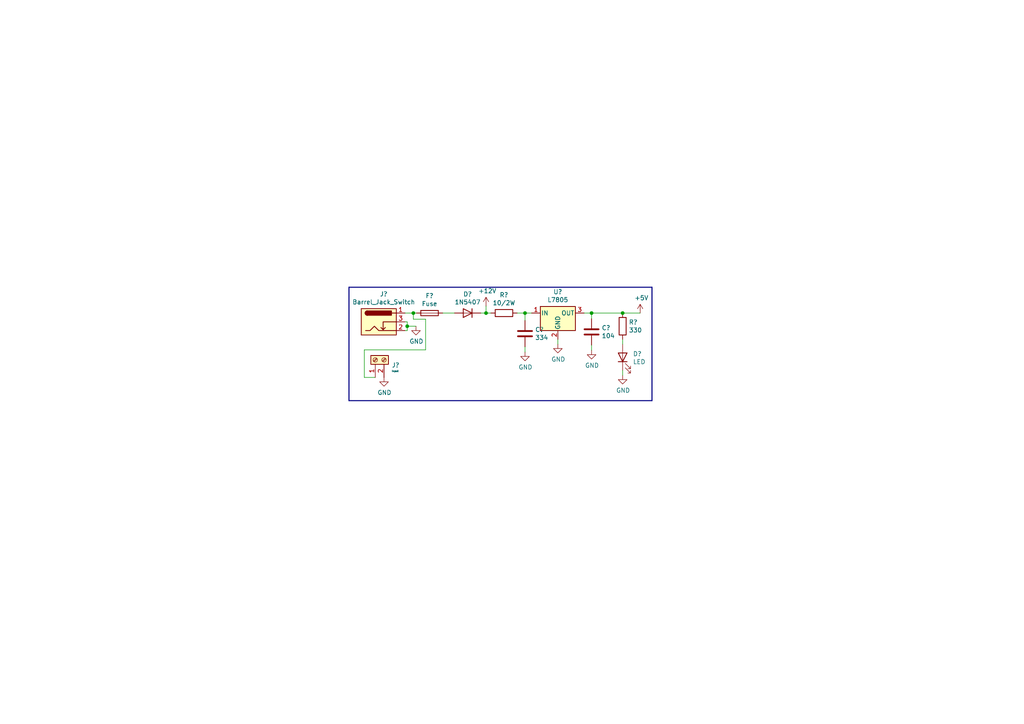
<source format=kicad_sch>
(kicad_sch (version 20211123) (generator eeschema)
  (paper "A4")
  (lib_symbols
    (symbol "Connector:Barrel_Jack_Switch" (pin_names hide)
      (property "Reference" "J" (at 0 5.334 0))
      (property "Value" "Barrel_Jack_Switch" (at 0 -5.08 0))
      (symbol "Barrel_Jack_Switch_0_1"
        (rectangle (start -5.08 3.81) (end 5.08 -3.81) (stroke (width 0.254)) (fill (type background)))
        (arc (start -3.302 3.175) (mid -3.937 2.54) (end -3.302 1.905) (stroke (width 0.254)))
        (arc (start -3.302 3.175) (mid -3.937 2.54) (end -3.302 1.905) (stroke (width 0.254)) (fill (type outline)))
        (polyline (pts (xy 1.27 -2.286) (xy 1.905 -1.651)) (stroke (width 0.254)))
        (polyline (pts (xy 5.08 2.54) (xy 3.81 2.54)) (stroke (width 0.254)))
        (polyline (pts (xy 5.08 0) (xy 1.27 0) (xy 1.27 -2.286) (xy 0.635 -1.651)) (stroke (width 0.254)))
        (polyline (pts (xy -3.81 -2.54) (xy -2.54 -2.54) (xy -1.27 -1.27) (xy 0 -2.54) (xy 2.54 -2.54) (xy 5.08 -2.54)) (stroke (width 0.254)))
        (rectangle (start 3.683 3.175) (end -3.302 1.905) (stroke (width 0.254)) (fill (type outline)))
      )
      (symbol "Barrel_Jack_Switch_1_1"
        (pin passive line (at 7.62 2.54 180) (length 2.54) (name "~") (number "1"))
        (pin passive line (at 7.62 -2.54 180) (length 2.54) (name "~") (number "2"))
        (pin passive line (at 7.62 0 180) (length 2.54) (name "~") (number "3"))
      )
    )
    (symbol "Connector:Screw_Terminal_01x02" (pin_names (offset 1.016) hide)
      (property "Reference" "J" (at 0 2.54 0))
      (property "Value" "Screw_Terminal_01x02" (at 0 -5.08 0))
      (symbol "Screw_Terminal_01x02_1_1"
        (rectangle (start -1.27 1.27) (end 1.27 -3.81) (stroke (width 0.254)) (fill (type background)))
        (circle (center 0 -2.54) (radius 0.635) (stroke (width 0.1524)))
        (polyline (pts (xy -0.5334 -2.2098) (xy 0.3302 -3.048)) (stroke (width 0.1524)))
        (polyline (pts (xy -0.5334 0.3302) (xy 0.3302 -0.508)) (stroke (width 0.1524)))
        (polyline (pts (xy -0.3556 -2.032) (xy 0.508 -2.8702)) (stroke (width 0.1524)))
        (polyline (pts (xy -0.3556 0.508) (xy 0.508 -0.3302)) (stroke (width 0.1524)))
        (circle (center 0 0) (radius 0.635) (stroke (width 0.1524)))
        (pin passive line (at -5.08 0 0) (length 3.81) (name "Pin_1") (number "1"))
        (pin passive line (at -5.08 -2.54 0) (length 3.81) (name "Pin_2") (number "2"))
      )
    )
    (symbol "Device:C" (pin_numbers hide) (pin_names (offset 0.254))
      (property "Reference" "C" (at 0.635 2.54 0))
      (property "Value" "C" (at 0.635 -2.54 0))
      (symbol "C_0_1"
        (polyline (pts (xy -2.032 -0.762) (xy 2.032 -0.762)) (stroke (width 0.508)))
        (polyline (pts (xy -2.032 0.762) (xy 2.032 0.762)) (stroke (width 0.508)))
      )
      (symbol "C_1_1"
        (pin passive line (at 0 3.81 270) (length 2.794) (name "~") (number "1"))
        (pin passive line (at 0 -3.81 90) (length 2.794) (name "~") (number "2"))
      )
    )
    (symbol "Device:Fuse" (pin_numbers hide) (pin_names (offset 0))
      (property "Reference" "F" (at 2.032 0 90))
      (property "Value" "Fuse" (at -1.905 0 90))
      (symbol "Fuse_0_1"
        (rectangle (start -0.762 -2.54) (end 0.762 2.54) (stroke (width 0.254)))
        (polyline (pts (xy 0 2.54) (xy 0 -2.54)))
      )
      (symbol "Fuse_1_1"
        (pin passive line (at 0 3.81 270) (length 1.27) (name "~") (number "1"))
        (pin passive line (at 0 -3.81 90) (length 1.27) (name "~") (number "2"))
      )
    )
    (symbol "Device:LED" (pin_numbers hide) (pin_names (offset 1.016) hide)
      (property "Reference" "D" (at 0 2.54 0))
      (property "Value" "LED" (at 0 -2.54 0))
      (symbol "LED_0_1"
        (polyline (pts (xy -1.27 -1.27) (xy -1.27 1.27)) (stroke (width 0.254)))
        (polyline (pts (xy -1.27 0) (xy 1.27 0)))
        (polyline (pts (xy 1.27 -1.27) (xy 1.27 1.27) (xy -1.27 0) (xy 1.27 -1.27)) (stroke (width 0.254)))
        (polyline (pts (xy -3.048 -0.762) (xy -4.572 -2.286) (xy -3.81 -2.286) (xy -4.572 -2.286) (xy -4.572 -1.524)))
        (polyline (pts (xy -1.778 -0.762) (xy -3.302 -2.286) (xy -2.54 -2.286) (xy -3.302 -2.286) (xy -3.302 -1.524)))
      )
      (symbol "LED_1_1"
        (pin passive line (at -3.81 0 0) (length 2.54) (name "K") (number "1"))
        (pin passive line (at 3.81 0 180) (length 2.54) (name "A") (number "2"))
      )
    )
    (symbol "Device:R" (pin_numbers hide) (pin_names (offset 0))
      (property "Reference" "R" (at 2.032 0 90))
      (property "Value" "R" (at 0 0 90))
      (symbol "R_0_1"
        (rectangle (start -1.016 -2.54) (end 1.016 2.54) (stroke (width 0.254)))
      )
      (symbol "R_1_1"
        (pin passive line (at 0 3.81 270) (length 1.27) (name "~") (number "1"))
        (pin passive line (at 0 -3.81 90) (length 1.27) (name "~") (number "2"))
      )
    )
    (symbol "Diode:1N5407" (pin_numbers hide) (pin_names (offset 1.016) hide)
      (property "Reference" "D" (at 0 2.54 0))
      (property "Value" "1N5407" (at 0 -2.54 0))
      (symbol "1N5407_0_1"
        (polyline (pts (xy -1.27 1.27) (xy -1.27 -1.27)) (stroke (width 0.254)))
        (polyline (pts (xy 1.27 0) (xy -1.27 0)))
        (polyline (pts (xy 1.27 1.27) (xy 1.27 -1.27) (xy -1.27 0) (xy 1.27 1.27)) (stroke (width 0.254)))
      )
      (symbol "1N5407_1_1"
        (pin passive line (at -3.81 0 0) (length 2.54) (name "K") (number "1"))
        (pin passive line (at 3.81 0 180) (length 2.54) (name "A") (number "2"))
      )
    )
    (symbol "Regulator_Linear:L7805" (pin_names (offset 0.254))
      (property "Reference" "U" (at -3.81 3.175 0))
      (property "Value" "L7805" (at 0 3.175 0))
      (symbol "L7805_0_1"
        (rectangle (start -5.08 1.905) (end 5.08 -5.08) (stroke (width 0.254)) (fill (type background)))
      )
      (symbol "L7805_1_1"
        (pin power_in line (at -7.62 0 0) (length 2.54) (name "IN") (number "1"))
        (pin power_in line (at 0 -7.62 90) (length 2.54) (name "GND") (number "2"))
        (pin power_out line (at 7.62 0 180) (length 2.54) (name "OUT") (number "3"))
      )
    )
    (symbol "power:+12V" (power) (pin_names (offset 0))
      (property "Value" "+12V" (at 0 3.556 0))
      (symbol "+12V_0_1"
        (polyline (pts (xy -0.762 1.27) (xy 0 2.54)))
        (polyline (pts (xy 0 0) (xy 0 2.54)))
        (polyline (pts (xy 0 2.54) (xy 0.762 1.27)))
      )
      (symbol "+12V_1_1"
        (pin power_in line (at 0 0 90) (length 0) hide (name "+12V") (number "1"))
      )
    )
    (symbol "power:+5V" (power) (pin_names (offset 0))
      (property "Value" "+5V" (at 0 3.556 0))
      (symbol "+5V_0_1"
        (polyline (pts (xy -0.762 1.27) (xy 0 2.54)))
        (polyline (pts (xy 0 0) (xy 0 2.54)))
        (polyline (pts (xy 0 2.54) (xy 0.762 1.27)))
      )
      (symbol "+5V_1_1"
        (pin power_in line (at 0 0 90) (length 0) hide (name "+5V") (number "1"))
      )
    )
    (symbol "power:GND" (power) (pin_names (offset 0))
      (property "Value" "GND" (at 0 -3.81 0))
      (symbol "GND_0_1"
        (polyline (pts (xy 0 0) (xy 0 -1.27) (xy 1.27 -1.27) (xy 0 -2.54) (xy -1.27 -1.27) (xy 0 -1.27)))
      )
      (symbol "GND_1_1"
        (pin power_in line (at 0 0 270) (length 0) hide (name "GND") (number "1"))
      )
    )
  )
  (junction (at 118.11 94.615))
  (junction (at 152.273 90.805))
  (junction (at 171.577 90.805))
  (junction (at 119.888 90.805))
  (junction (at 140.97 90.805))
  (junction (at 180.594 90.805))
  (wire (pts (xy 152.273 92.964) (xy 152.273 90.805)))
  (wire (pts (xy 140.97 88.773) (xy 140.97 90.805)))
  (wire (pts (xy 119.888 90.805) (xy 120.777 90.805)))
  (wire (pts (xy 128.397 90.805) (xy 131.826 90.805)))
  (wire (pts (xy 117.475 93.345) (xy 118.11 93.345)))
  (wire (pts (xy 118.11 93.345) (xy 118.11 94.615)))
  (wire (pts (xy 185.674 90.805) (xy 180.594 90.805)))
  (wire (pts (xy 152.273 90.805) (xy 154.178 90.805)))
  (wire (pts (xy 119.888 90.805) (xy 119.888 92.583)))
  (wire (pts (xy 180.594 99.822) (xy 180.594 98.425)))
  (wire (pts (xy 140.97 90.805) (xy 142.367 90.805)))
  (wire (pts (xy 119.888 92.583) (xy 123.444 92.583)))
  (wire (pts (xy 171.577 90.805) (xy 171.577 92.456)))
  (wire (pts (xy 171.577 90.805) (xy 180.594 90.805)))
  (wire (pts (xy 152.273 102.108) (xy 152.273 100.584)))
  (wire (pts (xy 169.418 90.805) (xy 171.577 90.805)))
  (wire (pts (xy 161.798 99.822) (xy 161.798 98.425)))
  (wire (pts (xy 139.446 90.805) (xy 140.97 90.805)))
  (wire (pts (xy 123.444 92.583) (xy 123.444 101.473)))
  (wire (pts (xy 180.594 108.839) (xy 180.594 107.442)))
  (wire (pts (xy 105.664 101.473) (xy 105.664 109.474)))
  (bus (pts (xy 101.219 83.312) (xy 101.219 116.205)))
  (wire (pts (xy 118.11 95.885) (xy 118.11 94.615)))
  (bus (pts (xy 189.103 116.205) (xy 189.103 83.312)))
  (wire (pts (xy 105.664 109.474) (xy 108.839 109.474)))
  (wire (pts (xy 117.475 90.805) (xy 119.888 90.805)))
  (wire (pts (xy 123.444 101.473) (xy 105.664 101.473)))
  (bus (pts (xy 101.219 116.205) (xy 189.103 116.205)))
  (bus (pts (xy 189.103 83.312) (xy 101.219 83.312)))
  (wire (pts (xy 118.11 94.615) (xy 120.65 94.615)))
  (wire (pts (xy 149.987 90.805) (xy 152.273 90.805)))
  (wire (pts (xy 171.577 101.6) (xy 171.577 100.076)))
  (wire (pts (xy 117.475 95.885) (xy 118.11 95.885)))
  (symbol (lib_id "Connector:Barrel_Jack_Switch") (at 109.855 93.345 0) (unit 1)
    (property "Reference" "J?" (at 111.3028 85.2932 0))
    (property "Value" "Barrel_Jack_Switch" (at 111.3028 87.6046 0))
    (property "Footprint" "Connector_BarrelJack:BarrelJack_Horizontal" (effects hide))
  )
  (symbol (lib_id "Device:Fuse") (at 124.587 90.805 270) (unit 1)
    (property "Reference" "F?" (at 124.587 85.8012 90))
    (property "Value" "Fuse" (at 124.587 88.1126 90))
    (property "Footprint" "Fuse:Fuseholder_Cylinder-5x20mm_Schurter_0031_8201_Horizontal_Open" (effects hide))
  )
  (symbol (lib_id "Diode:1N5407") (at 135.636 90.805 180) (unit 1)
    (property "Reference" "D?" (at 135.636 85.3186 0))
    (property "Value" "1N5407" (at 135.636 87.63 0))
    (property "Footprint" "Diode_THT:D_DO-201AD_P15.24mm_Horizontal" (effects hide))
    (property "Datasheet" "http://www.vishay.com/docs/88516/1n5400.pdf" (effects hide))
  )
  (symbol (lib_id "Device:R") (at 146.177 90.805 270) (unit 1)
    (property "Reference" "R?" (at 146.177 85.5472 90))
    (property "Value" "10/2W" (at 146.177 87.8586 90))
    (property "Footprint" "Resistor_THT:R_Axial_Power_L20.0mm_W6.4mm_P25.40mm" (effects hide))
  )
  (symbol (lib_id "power:+12V") (at 140.97 88.773 0) (unit 1)
    (property "Reference" "#PWR?" (effects hide))
    (property "Value" "+12V" (at 141.351 84.3788 0))
  )
  (symbol (lib_id "Device:C") (at 152.273 96.774 0) (unit 1)
    (property "Reference" "C?" (at 155.194 95.6056 0) (effects (justify left)))
    (property "Value" "334" (at 155.194 97.917 0) (effects (justify left)))
    (property "Footprint" "Capacitor_THT:C_Disc_D7.0mm_W2.5mm_P5.00mm" (effects hide))
  )
  (symbol (lib_id "power:GND") (at 152.273 102.108 0) (unit 1)
    (property "Reference" "#PWR?" (effects hide))
    (property "Value" "GND" (at 152.4 106.5022 0))
  )
  (symbol (lib_id "Regulator_Linear:L7805") (at 161.798 90.805 0) (unit 1)
    (property "Reference" "U?" (at 161.798 84.6582 0))
    (property "Value" "L7805" (at 161.798 86.9696 0))
    (property "Footprint" "Package_TO_SOT_THT:TO-220-3_Vertical" (effects hide))
    (property "Datasheet" "http://www.st.com/content/ccc/resource/technical/document/datasheet/41/4f/b3/b0/12/d4/47/88/CD00000444.pdf/files/CD00000444.pdf/jcr:content/translations/en.CD00000444.pdf" (effects hide))
  )
  (symbol (lib_id "power:GND") (at 161.798 99.822 0) (unit 1)
    (property "Reference" "#PWR?" (effects hide))
    (property "Value" "GND" (at 161.925 104.2162 0))
  )
  (symbol (lib_id "Device:C") (at 171.577 96.266 0) (unit 1)
    (property "Reference" "C?" (at 174.498 95.0976 0) (effects (justify left)))
    (property "Value" "104" (at 174.498 97.409 0) (effects (justify left)))
    (property "Footprint" "Capacitor_THT:C_Disc_D7.0mm_W2.5mm_P5.00mm" (effects hide))
  )
  (symbol (lib_id "power:GND") (at 171.577 101.6 0) (unit 1)
    (property "Reference" "#PWR?" (effects hide))
    (property "Value" "GND" (at 171.704 105.9942 0))
  )
  (symbol (lib_id "Device:LED") (at 180.594 103.632 90) (unit 1)
    (property "Reference" "D?" (at 183.5658 102.6414 90) (effects (justify right)))
    (property "Value" "LED" (at 183.5658 104.9528 90) (effects (justify right)))
    (property "Footprint" "LED_THT:LED_D5.0mm" (effects hide))
  )
  (symbol (lib_id "power:GND") (at 180.594 108.839 0) (unit 1)
    (property "Reference" "#PWR?" (effects hide))
    (property "Value" "GND" (at 180.721 113.2332 0))
  )
  (symbol (lib_id "Device:R") (at 180.594 94.615 0) (unit 1)
    (property "Reference" "R?" (at 182.372 93.4466 0) (effects (justify left)))
    (property "Value" "330" (at 182.372 95.758 0) (effects (justify left)))
    (property "Footprint" "Resistor_THT:R_Axial_DIN0207_L6.3mm_D2.5mm_P10.16mm_Horizontal" (effects hide))
  )
  (symbol (lib_id "power:+5V") (at 185.674 90.805 0) (unit 1)
    (property "Reference" "#PWR?" (effects hide))
    (property "Value" "+5V" (at 186.055 86.4108 0))
  )
  (symbol (lib_id "power:GND") (at 120.65 94.615 0) (unit 1)
    (property "Reference" "#PWR?" (effects hide))
    (property "Value" "GND" (at 120.777 99.0092 0))
  )
  (symbol (lib_id "Connector:Screw_Terminal_01x02") (at 108.839 104.394 90) (unit 1)
    (property "Reference" "J?" (at 113.6142 105.918 90) (effects (justify right)))
    (property "Value" "Input" (at 113.6142 107.6198 90) (effects (font (size 0.508 0.508)) (justify right)))
    (property "Footprint" "TerminalBlock_Altech:Altech_AK300_1x02_P5.00mm_45-Degree" (effects hide))
  )
  (symbol (lib_id "power:GND") (at 111.379 109.474 0) (unit 1)
    (property "Reference" "#PWR?" (effects hide))
    (property "Value" "GND" (at 111.506 113.8682 0))
  )
)
</source>
